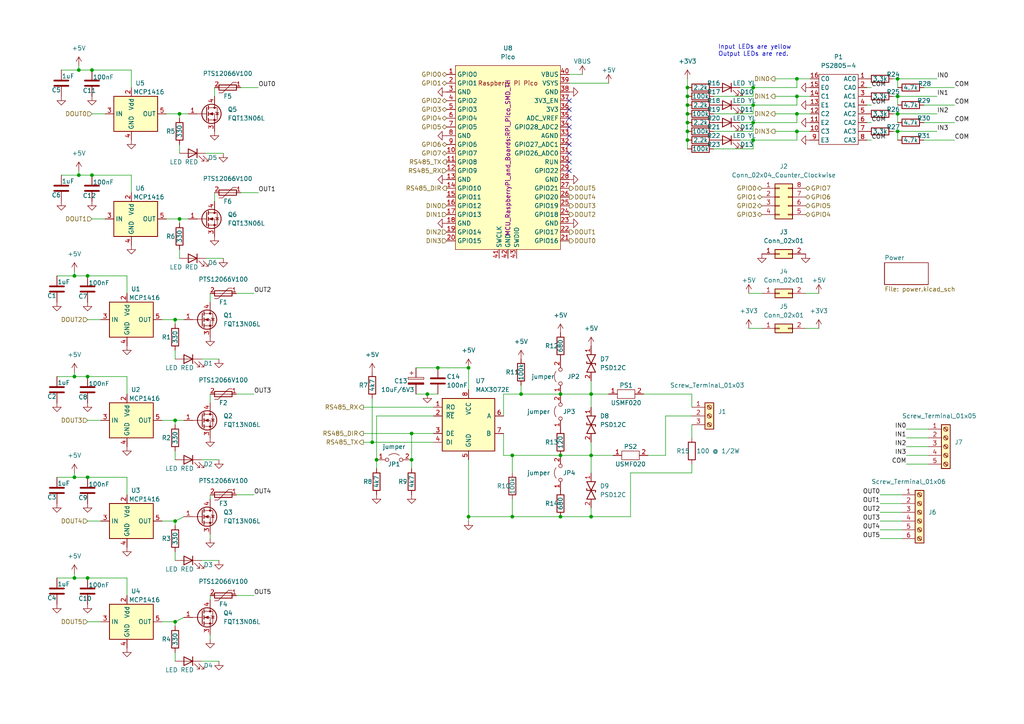
<source format=kicad_sch>
(kicad_sch (version 20211123) (generator eeschema)
  (paper "A4")
  (junction (at 25.4 109.22))
  (junction (at 199.39 35.56))
  (junction (at 171.45 149.86))
  (junction (at 199.39 33.02))
  (junction (at 231.14 27.94))
  (junction (at 25.4 167.64))
  (junction (at 199.39 38.1))
  (junction (at 135.89 106.68))
  (junction (at 218.44 35.56))
  (junction (at 109.22 133.35))
  (junction (at 127 106.68))
  (junction (at 25.4 138.43))
  (junction (at 119.38 133.35))
  (junction (at 260.35 33.02))
  (junction (at 21.59 109.22))
  (junction (at 260.35 22.86))
  (junction (at 199.39 27.94))
  (junction (at 151.13 114.3))
  (junction (at 52.07 33.02))
  (junction (at 260.35 38.1))
  (junction (at 52.07 63.5))
  (junction (at 171.45 132.08))
  (junction (at 135.89 149.86))
  (junction (at 199.39 25.4))
  (junction (at 231.14 33.02))
  (junction (at 22.86 50.8))
  (junction (at 50.8 180.34))
  (junction (at 26.67 50.8))
  (junction (at 21.59 167.64))
  (junction (at 218.44 30.48))
  (junction (at 119.38 125.73))
  (junction (at 22.86 20.32))
  (junction (at 21.59 138.43))
  (junction (at 50.8 121.92))
  (junction (at 231.14 22.86))
  (junction (at 21.59 80.01))
  (junction (at 260.35 27.94))
  (junction (at 148.59 132.08))
  (junction (at 199.39 30.48))
  (junction (at 50.8 92.71))
  (junction (at 26.67 20.32))
  (junction (at 50.8 151.13))
  (junction (at 25.4 80.01))
  (junction (at 171.45 114.3))
  (junction (at 162.56 132.08))
  (junction (at 162.56 114.3))
  (junction (at 231.14 38.1))
  (junction (at 218.44 40.64))
  (junction (at 199.39 40.64))
  (junction (at 107.95 128.27))
  (junction (at 148.59 149.86))
  (junction (at 218.44 25.4))
  (junction (at 123.9434 114.3))
  (junction (at 162.56 149.86))
  (no_connect (at 165.1 49.53))
  (no_connect (at 165.1 41.91))
  (no_connect (at 165.1 44.45))
  (no_connect (at 165.1 46.99))
  (no_connect (at 165.1 31.75))
  (no_connect (at 165.1 29.21))
  (no_connect (at 165.1 34.29))
  (no_connect (at 165.1 36.83))
  (no_connect (at 165.1 39.37))
  (wire (pts (xy 46.99 180.34) (xy 50.8 180.34)))
  (wire (pts (xy 21.59 137.16) (xy 21.59 138.43)))
  (wire (pts (xy 224.79 33.02) (xy 231.14 33.02)))
  (wire (pts (xy 267.97 40.64) (xy 276.86 40.64)))
  (wire (pts (xy 105.41 118.11) (xy 125.73 118.11)))
  (wire (pts (xy 262.89 132.08) (xy 269.24 132.08)))
  (wire (pts (xy 171.45 132.08) (xy 177.8 132.08)))
  (wire (pts (xy 262.89 124.46) (xy 269.24 124.46)))
  (wire (pts (xy 231.14 33.02) (xy 234.95 33.02)))
  (wire (pts (xy 50.8 92.71) (xy 53.34 92.71)))
  (wire (pts (xy 36.83 85.09) (xy 36.83 80.01)))
  (wire (pts (xy 217.17 85.09) (xy 220.98 85.09)))
  (wire (pts (xy 58.42 104.14) (xy 63.5 104.14)))
  (wire (pts (xy 105.41 128.27) (xy 107.95 128.27)))
  (wire (pts (xy 193.04 120.65) (xy 200.66 120.65)))
  (wire (pts (xy 146.05 120.65) (xy 146.05 114.3)))
  (wire (pts (xy 233.68 85.09) (xy 237.49 85.09)))
  (wire (pts (xy 25.4 151.13) (xy 29.21 151.13)))
  (wire (pts (xy 260.35 22.86) (xy 260.35 25.4)))
  (wire (pts (xy 251.46 30.48) (xy 252.73 30.48)))
  (wire (pts (xy 218.44 25.4) (xy 231.14 25.4)))
  (wire (pts (xy 171.45 132.08) (xy 171.45 137.16)))
  (wire (pts (xy 21.59 78.74) (xy 21.59 80.01)))
  (wire (pts (xy 52.07 74.93) (xy 52.07 72.39)))
  (wire (pts (xy 231.14 25.4) (xy 231.14 22.86)))
  (wire (pts (xy 38.1 55.88) (xy 38.1 50.8)))
  (wire (pts (xy 182.88 137.16) (xy 182.88 149.86)))
  (wire (pts (xy 69.85 25.4) (xy 74.93 25.4)))
  (wire (pts (xy 255.27 153.67) (xy 261.62 153.67)))
  (wire (pts (xy 218.44 43.18) (xy 218.44 40.64)))
  (wire (pts (xy 22.86 49.53) (xy 22.86 50.8)))
  (wire (pts (xy 135.89 133.35) (xy 135.89 149.86)))
  (wire (pts (xy 231.14 30.48) (xy 231.14 27.94)))
  (wire (pts (xy 58.42 191.77) (xy 63.5 191.77)))
  (wire (pts (xy 50.8 191.77) (xy 50.8 189.23)))
  (wire (pts (xy 259.08 33.02) (xy 260.35 33.02)))
  (wire (pts (xy 162.56 114.3) (xy 171.45 114.3)))
  (wire (pts (xy 119.38 125.73) (xy 125.73 125.73)))
  (wire (pts (xy 52.07 63.5) (xy 54.61 63.5)))
  (wire (pts (xy 58.42 133.35) (xy 63.5 133.35)))
  (wire (pts (xy 218.44 27.94) (xy 218.44 25.4)))
  (wire (pts (xy 46.99 92.71) (xy 50.8 92.71)))
  (wire (pts (xy 187.96 132.08) (xy 193.04 132.08)))
  (wire (pts (xy 16.51 167.64) (xy 21.59 167.64)))
  (wire (pts (xy 60.96 114.3) (xy 60.96 116.84)))
  (wire (pts (xy 186.69 114.3) (xy 200.66 114.3)))
  (wire (pts (xy 260.35 33.02) (xy 260.35 35.56)))
  (wire (pts (xy 46.99 151.13) (xy 50.8 151.13)))
  (wire (pts (xy 146.05 132.08) (xy 148.59 132.08)))
  (wire (pts (xy 218.44 30.48) (xy 231.14 30.48)))
  (wire (pts (xy 224.79 38.1) (xy 231.14 38.1)))
  (wire (pts (xy 182.88 149.86) (xy 171.45 149.86)))
  (wire (pts (xy 171.45 149.86) (xy 171.45 147.32)))
  (wire (pts (xy 119.38 125.73) (xy 119.38 133.35)))
  (wire (pts (xy 50.8 151.13) (xy 53.34 149.86)))
  (wire (pts (xy 21.59 138.43) (xy 25.4 138.43)))
  (wire (pts (xy 200.66 114.3) (xy 200.66 118.11)))
  (wire (pts (xy 36.83 114.3) (xy 36.83 109.22)))
  (wire (pts (xy 109.22 120.65) (xy 125.73 120.65)))
  (wire (pts (xy 171.45 114.3) (xy 171.45 118.11)))
  (wire (pts (xy 233.68 95.25) (xy 237.49 95.25)))
  (wire (pts (xy 69.85 55.88) (xy 74.93 55.88)))
  (wire (pts (xy 162.56 149.86) (xy 171.45 149.86)))
  (wire (pts (xy 22.86 50.8) (xy 26.67 50.8)))
  (wire (pts (xy 259.08 22.86) (xy 260.35 22.86)))
  (wire (pts (xy 26.67 33.02) (xy 30.48 33.02)))
  (wire (pts (xy 255.27 156.21) (xy 261.62 156.21)))
  (wire (pts (xy 123.9434 114.3) (xy 127 114.3)))
  (wire (pts (xy 193.04 132.08) (xy 193.04 120.65)))
  (wire (pts (xy 60.96 143.51) (xy 60.96 144.78)))
  (wire (pts (xy 50.8 162.56) (xy 50.8 160.02)))
  (wire (pts (xy 260.35 27.94) (xy 260.35 30.48)))
  (wire (pts (xy 48.26 33.02) (xy 52.07 33.02)))
  (wire (pts (xy 135.89 106.68) (xy 135.89 113.03)))
  (wire (pts (xy 58.42 162.56) (xy 63.5 162.56)))
  (wire (pts (xy 50.8 104.14) (xy 50.8 101.6)))
  (wire (pts (xy 127 106.68) (xy 135.89 106.68)))
  (wire (pts (xy 36.83 138.43) (xy 25.4 138.43)))
  (wire (pts (xy 38.1 50.8) (xy 26.67 50.8)))
  (wire (pts (xy 52.07 33.02) (xy 54.61 33.02)))
  (wire (pts (xy 50.8 180.34) (xy 53.34 179.07)))
  (wire (pts (xy 199.39 22.86) (xy 199.39 25.4)))
  (wire (pts (xy 260.35 33.02) (xy 271.78 33.02)))
  (wire (pts (xy 16.51 109.22) (xy 21.59 109.22)))
  (wire (pts (xy 199.39 30.48) (xy 199.39 33.02)))
  (wire (pts (xy 200.66 137.16) (xy 200.66 134.62)))
  (wire (pts (xy 262.89 129.54) (xy 269.24 129.54)))
  (wire (pts (xy 36.83 80.01) (xy 25.4 80.01)))
  (wire (pts (xy 68.58 143.51) (xy 73.66 143.51)))
  (wire (pts (xy 231.14 22.86) (xy 234.95 22.86)))
  (wire (pts (xy 16.51 138.43) (xy 21.59 138.43)))
  (wire (pts (xy 107.95 115.57) (xy 107.95 128.27)))
  (wire (pts (xy 25.4 92.71) (xy 29.21 92.71)))
  (wire (pts (xy 52.07 44.45) (xy 52.07 41.91)))
  (wire (pts (xy 50.8 121.92) (xy 50.8 123.19)))
  (wire (pts (xy 60.96 184.15) (xy 60.96 185.42)))
  (wire (pts (xy 267.97 35.56) (xy 276.86 35.56)))
  (wire (pts (xy 199.39 33.02) (xy 199.39 35.56)))
  (wire (pts (xy 151.13 111.76) (xy 151.13 114.3)))
  (wire (pts (xy 199.39 40.64) (xy 199.39 43.18)))
  (wire (pts (xy 231.14 40.64) (xy 231.14 38.1)))
  (wire (pts (xy 68.58 114.3) (xy 73.66 114.3)))
  (wire (pts (xy 21.59 109.22) (xy 25.4 109.22)))
  (wire (pts (xy 207.01 33.02) (xy 218.44 33.02)))
  (wire (pts (xy 207.01 38.1) (xy 218.44 38.1)))
  (wire (pts (xy 255.27 151.13) (xy 261.62 151.13)))
  (wire (pts (xy 26.67 63.5) (xy 30.48 63.5)))
  (wire (pts (xy 38.1 25.4) (xy 38.1 20.32)))
  (wire (pts (xy 165.1 21.59) (xy 168.91 21.59)))
  (wire (pts (xy 262.89 127) (xy 269.24 127)))
  (wire (pts (xy 135.89 151.13) (xy 135.89 149.86)))
  (wire (pts (xy 135.89 149.86) (xy 148.59 149.86)))
  (wire (pts (xy 207.01 43.18) (xy 218.44 43.18)))
  (wire (pts (xy 50.8 121.92) (xy 53.34 121.92)))
  (wire (pts (xy 148.59 144.78) (xy 148.59 149.86)))
  (wire (pts (xy 252.73 25.4) (xy 251.46 25.4)))
  (wire (pts (xy 259.08 38.1) (xy 260.35 38.1)))
  (wire (pts (xy 199.39 25.4) (xy 199.39 27.94)))
  (wire (pts (xy 231.14 35.56) (xy 231.14 33.02)))
  (wire (pts (xy 171.45 128.27) (xy 171.45 132.08)))
  (wire (pts (xy 217.17 95.25) (xy 220.98 95.25)))
  (wire (pts (xy 260.35 38.1) (xy 260.35 40.64)))
  (wire (pts (xy 151.13 114.3) (xy 162.56 114.3)))
  (wire (pts (xy 259.08 27.94) (xy 260.35 27.94)))
  (wire (pts (xy 62.23 25.4) (xy 62.23 27.94)))
  (wire (pts (xy 200.66 123.19) (xy 200.66 127)))
  (wire (pts (xy 46.99 121.92) (xy 50.8 121.92)))
  (wire (pts (xy 260.35 27.94) (xy 271.78 27.94)))
  (wire (pts (xy 162.56 132.08) (xy 171.45 132.08)))
  (wire (pts (xy 22.86 19.05) (xy 22.86 20.32)))
  (wire (pts (xy 38.1 20.32) (xy 26.67 20.32)))
  (wire (pts (xy 60.96 172.72) (xy 60.96 173.99)))
  (wire (pts (xy 105.41 125.73) (xy 119.38 125.73)))
  (wire (pts (xy 214.63 30.48) (xy 218.44 30.48)))
  (wire (pts (xy 50.8 92.71) (xy 50.8 93.98)))
  (wire (pts (xy 50.8 180.34) (xy 50.8 181.61)))
  (wire (pts (xy 60.96 154.94) (xy 60.96 156.21)))
  (wire (pts (xy 68.58 172.72) (xy 73.66 172.72)))
  (wire (pts (xy 107.95 128.27) (xy 125.73 128.27)))
  (wire (pts (xy 218.44 35.56) (xy 231.14 35.56)))
  (wire (pts (xy 59.69 44.45) (xy 64.77 44.45)))
  (wire (pts (xy 224.79 27.94) (xy 231.14 27.94)))
  (wire (pts (xy 62.23 55.88) (xy 62.23 58.42)))
  (wire (pts (xy 267.97 30.48) (xy 276.86 30.48)))
  (wire (pts (xy 25.4 121.92) (xy 29.21 121.92)))
  (wire (pts (xy 148.59 132.08) (xy 162.56 132.08)))
  (wire (pts (xy 21.59 80.01) (xy 25.4 80.01)))
  (wire (pts (xy 171.45 114.3) (xy 176.53 114.3)))
  (wire (pts (xy 251.46 35.56) (xy 252.73 35.56)))
  (wire (pts (xy 52.07 63.5) (xy 52.07 64.77)))
  (wire (pts (xy 214.63 25.4) (xy 218.44 25.4)))
  (wire (pts (xy 218.44 40.64) (xy 231.14 40.64)))
  (wire (pts (xy 224.79 22.86) (xy 231.14 22.86)))
  (wire (pts (xy 199.39 35.56) (xy 199.39 38.1)))
  (wire (pts (xy 36.83 109.22) (xy 25.4 109.22)))
  (wire (pts (xy 148.59 149.86) (xy 162.56 149.86)))
  (wire (pts (xy 199.39 27.94) (xy 199.39 30.48)))
  (wire (pts (xy 21.59 166.37) (xy 21.59 167.64)))
  (wire (pts (xy 48.26 63.5) (xy 52.07 63.5)))
  (wire (pts (xy 200.66 137.16) (xy 182.88 137.16)))
  (wire (pts (xy 120.65 106.68) (xy 127 106.68)))
  (wire (pts (xy 109.22 120.65) (xy 109.22 133.35)))
  (wire (pts (xy 199.39 38.1) (xy 199.39 40.64)))
  (wire (pts (xy 146.05 114.3) (xy 151.13 114.3)))
  (wire (pts (xy 17.78 20.32) (xy 22.86 20.32)))
  (wire (pts (xy 36.83 167.64) (xy 25.4 167.64)))
  (wire (pts (xy 60.96 85.09) (xy 60.96 87.63)))
  (wire (pts (xy 260.35 38.1) (xy 271.78 38.1)))
  (wire (pts (xy 52.07 33.02) (xy 52.07 34.29)))
  (wire (pts (xy 214.63 40.64) (xy 218.44 40.64)))
  (wire (pts (xy 171.45 110.49) (xy 171.45 114.3)))
  (wire (pts (xy 22.86 20.32) (xy 26.67 20.32)))
  (wire (pts (xy 21.59 107.95) (xy 21.59 109.22)))
  (wire (pts (xy 214.63 35.56) (xy 218.44 35.56)))
  (wire (pts (xy 218.44 38.1) (xy 218.44 35.56)))
  (wire (pts (xy 50.8 133.35) (xy 50.8 130.81)))
  (wire (pts (xy 255.27 148.59) (xy 261.62 148.59)))
  (wire (pts (xy 36.83 172.72) (xy 36.83 167.64)))
  (wire (pts (xy 165.1 24.13) (xy 176.53 24.13)))
  (wire (pts (xy 276.86 25.4) (xy 267.97 25.4)))
  (wire (pts (xy 255.27 146.05) (xy 261.62 146.05)))
  (wire (pts (xy 36.83 143.51) (xy 36.83 138.43)))
  (wire (pts (xy 59.69 74.93) (xy 64.77 74.93)))
  (wire (pts (xy 109.22 133.35) (xy 109.22 135.89)))
  (wire (pts (xy 260.35 22.86) (xy 271.78 22.86)))
  (wire (pts (xy 21.59 167.64) (xy 25.4 167.64)))
  (wire (pts (xy 17.78 50.8) (xy 22.86 50.8)))
  (wire (pts (xy 218.44 33.02) (xy 218.44 30.48)))
  (wire (pts (xy 207.01 27.94) (xy 218.44 27.94)))
  (wire (pts (xy 120.65 114.3) (xy 123.9434 114.3)))
  (wire (pts (xy 231.14 38.1) (xy 234.95 38.1)))
  (wire (pts (xy 251.46 40.64) (xy 252.73 40.64)))
  (wire (pts (xy 146.05 125.73) (xy 146.05 132.08)))
  (wire (pts (xy 262.89 134.62) (xy 269.24 134.62)))
  (wire (pts (xy 119.38 133.35) (xy 119.38 135.89)))
  (wire (pts (xy 231.14 27.94) (xy 234.95 27.94)))
  (wire (pts (xy 148.59 132.08) (xy 148.59 137.16)))
  (wire (pts (xy 50.8 151.13) (xy 50.8 152.4)))
  (wire (pts (xy 16.51 80.01) (xy 21.59 80.01)))
  (wire (pts (xy 255.27 143.51) (xy 261.62 143.51)))
  (wire (pts (xy 25.4 180.34) (xy 29.21 180.34)))
  (wire (pts (xy 68.58 85.09) (xy 73.66 85.09)))
  (text "Input LEDs are yellow\nOutput LEDs are red." (at 208.28 16.51 0) (effects (font (size 1.27 1.27)) (justify left bottom)))
  (label "OUT5" (at 255.27 156.21 180))
  (label "COM" (at 252.73 35.56 0))
  (label "COM" (at 276.86 30.48 0))
  (label "OUT2" (at 255.27 148.59 180))
  (label "IN0" (at 271.78 22.86 0))
  (label "IN1" (at 271.78 27.94 0))
  (label "COM" (at 252.73 30.48 0))
  (label "OUT3" (at 73.66 114.3 0))
  (label "COM" (at 252.73 40.64 0))
  (label "COM" (at 276.86 35.56 0))
  (label "OUT1" (at 255.27 146.05 180))
  (label "OUT0" (at 74.93 25.4 0))
  (label "IN3" (at 262.89 132.08 180))
  (label "OUT4" (at 73.66 143.51 0))
  (label "OUT3" (at 255.27 151.13 180))
  (label "OUT4" (at 255.27 153.67 180))
  (label "COM" (at 252.73 25.4 0))
  (label "COM" (at 276.86 40.64 0))
  (label "OUT5" (at 73.66 172.72 0))
  (label "IN3" (at 271.78 38.1 0))
  (label "OUT1" (at 74.93 55.88 0))
  (label "COM" (at 262.89 134.62 180))
  (label "IN2" (at 271.78 33.02 0))
  (label "OUT2" (at 73.66 85.09 0))
  (label "OUT0" (at 255.27 143.51 180))
  (label "IN2" (at 262.89 129.54 180))
  (label "IN0" (at 262.89 124.46 180))
  (label "COM" (at 276.86 25.4 0))
  (label "IN1" (at 262.89 127 180))
  (hierarchical_label "GPIO3" (shape bidirectional) (at 220.98 62.23 180))
  (hierarchical_label "DIN3" (shape output) (at 224.79 38.1 180))
  (hierarchical_label "GPIO7" (shape bidirectional) (at 129.54 44.45 180))
  (hierarchical_label "DOUT2" (shape input) (at 25.4 92.71 180))
  (hierarchical_label "GPIO6" (shape bidirectional) (at 233.68 57.15 0))
  (hierarchical_label "DIN1" (shape output) (at 224.79 27.94 180))
  (hierarchical_label "GPIO0" (shape bidirectional) (at 220.98 54.61 180))
  (hierarchical_label "RS485_TX" (shape output) (at 129.54 46.99 180))
  (hierarchical_label "GPIO3" (shape bidirectional) (at 129.54 31.75 180))
  (hierarchical_label "GPIO4" (shape bidirectional) (at 233.68 62.23 0))
  (hierarchical_label "DIN0" (shape output) (at 224.79 22.86 180))
  (hierarchical_label "GPIO6" (shape bidirectional) (at 129.54 41.91 180))
  (hierarchical_label "RS485_TX" (shape output) (at 105.41 128.27 180))
  (hierarchical_label "DIN2" (shape input) (at 129.54 67.31 180))
  (hierarchical_label "DOUT0" (shape input) (at 26.67 33.02 180))
  (hierarchical_label "RS485_DIR" (shape output) (at 129.54 54.61 180))
  (hierarchical_label "DOUT5" (shape input) (at 25.4 180.34 180))
  (hierarchical_label "DOUT5" (shape output) (at 165.1 54.61 0))
  (hierarchical_label "RS485_DIR" (shape output) (at 105.41 125.73 180))
  (hierarchical_label "GPIO1" (shape bidirectional) (at 220.98 57.15 180))
  (hierarchical_label "DOUT4" (shape output) (at 165.1 57.15 0))
  (hierarchical_label "DIN1" (shape input) (at 129.54 62.23 180))
  (hierarchical_label "GPIO0" (shape bidirectional) (at 129.54 21.59 180))
  (hierarchical_label "GPIO2" (shape bidirectional) (at 129.54 29.21 180))
  (hierarchical_label "DIN0" (shape input) (at 129.54 59.69 180))
  (hierarchical_label "GPIO7" (shape bidirectional) (at 233.68 54.61 0))
  (hierarchical_label "DIN3" (shape input) (at 129.54 69.85 180))
  (hierarchical_label "DOUT0" (shape output) (at 165.1 69.85 0))
  (hierarchical_label "DIN2" (shape output) (at 224.79 33.02 180))
  (hierarchical_label "DOUT1" (shape input) (at 26.67 63.5 180))
  (hierarchical_label "DOUT2" (shape output) (at 165.1 62.23 0))
  (hierarchical_label "GPIO5" (shape bidirectional) (at 233.68 59.69 0))
  (hierarchical_label "RS485_RX" (shape input) (at 129.54 49.53 180))
  (hierarchical_label "DOUT3" (shape output) (at 165.1 59.69 0))
  (hierarchical_label "GPIO1" (shape bidirectional) (at 129.54 24.13 180))
  (hierarchical_label "DOUT4" (shape input) (at 25.4 151.13 180))
  (hierarchical_label "GPIO2" (shape bidirectional) (at 220.98 59.69 180))
  (hierarchical_label "GPIO4" (shape bidirectional) (at 129.54 34.29 180))
  (hierarchical_label "GPIO5" (shape bidirectional) (at 129.54 36.83 180))
  (hierarchical_label "DOUT3" (shape input) (at 25.4 121.92 180))
  (hierarchical_label "RS485_RX" (shape output) (at 105.41 118.11 180))
  (hierarchical_label "DOUT1" (shape output) (at 165.1 67.31 0))
  (symbol (lib_id "power:GND") (at 63.5 162.56 0) (unit 1)
    (property "Reference" "#PWR0116" (effects hide))
    (property "Value" "GND" (effects hide))
  )
  (symbol (lib_id "Device:R") (at 255.27 27.94 90) (unit 1)
    (property "Reference" "R25" (at 259.08 26.67 90))
    (property "Value" "3.3k" (at 255.27 27.94 90))
    (property "Footprint" "Resistor_SMD:R_0201_0603Metric" (effects hide))
  )
  (symbol (lib_id "Device:C_Polarized") (at 120.65 110.49 0) (unit 1)
    (property "Reference" "C13" (at 114.3 110.49 0) (effects (justify left)))
    (property "Value" "10uF/6V3" (at 110.49 113.03 0) (effects (justify left)))
    (property "Footprint" "Capacitor_SMD:CP_Elec_3x5.3" (effects hide))
  )
  (symbol (lib_id "power:GND") (at 25.4 116.84 0) (unit 1)
    (property "Reference" "#PWR0123" (effects hide))
    (property "Value" "GND" (effects hide))
  )
  (symbol (lib_id "power:GND") (at 25.4 146.05 0) (unit 1)
    (property "Reference" "#PWR0120" (effects hide))
    (property "Value" "GND" (effects hide))
  )
  (symbol (lib_id "Device:LED") (at 54.61 133.35 0) (mirror y) (unit 1)
    (property "Reference" "D2" (at 60.4167 134.6199 0))
    (property "Value" "LED RED" (at 52.07 135.89 0))
    (property "Footprint" "LED_SMD:LED_0603_1608Metric" (effects hide))
  )
  (symbol (lib_id "piaalib:PTS12066V100") (at 69.85 143.256 270) (unit 1)
    (property "Reference" "F3" (at 64.77 146.05 90))
    (property "Value" "PTS12066V100" (at 64.77 139.446 90))
    (property "Footprint" "piaalib:PTS12066V100" (effects hide))
    (property "Datasheet" "https://ar.mouser.com/datasheet/2/87/eaton_pts1206_6_60_volt_dc_surface_mount_resettabl-1608737.pdf" (effects hide))
  )
  (symbol (lib_id "Connector_Generic:Conn_02x04_Counter_Clockwise") (at 226.06 57.15 0) (unit 1)
    (property "Reference" "J2" (at 227.33 48.26 0))
    (property "Value" "Conn_02x04_Counter_Clockwise" (at 227.33 50.8 0))
    (property "Footprint" "Connector_PinHeader_1.27mm:PinHeader_2x04_P1.27mm_Vertical" (effects hide))
  )
  (symbol (lib_id "power:GND") (at 123.9434 114.3 0) (unit 1)
    (property "Reference" "#PWR0155" (effects hide))
    (property "Value" "GND" (effects hide))
  )
  (symbol (lib_id "power:GND") (at 60.96 185.42 0) (unit 1)
    (property "Reference" "#PWR0111" (effects hide))
    (property "Value" "GND" (effects hide))
  )
  (symbol (lib_id "power:GND") (at 119.38 143.51 0) (unit 1)
    (property "Reference" "#PWR0151" (effects hide))
    (property "Value" "GND" (effects hide))
  )
  (symbol (lib_id "power:GND") (at 129.54 26.67 270) (unit 1)
    (property "Reference" "#PWR0162" (effects hide))
    (property "Value" "GND" (effects hide))
  )
  (symbol (lib_id "Connector_Generic:Conn_02x01") (at 226.06 85.09 0) (unit 1)
    (property "Reference" "J4" (at 227.33 78.74 0))
    (property "Value" "Conn_02x01" (at 227.33 81.28 0))
    (property "Footprint" "Connector_PinHeader_1.27mm:PinHeader_1x02_P1.27mm_Vertical" (effects hide))
  )
  (symbol (lib_id "Device:R") (at 162.56 146.05 180) (unit 1)
    (property "Reference" "R14" (at 160.02 146.05 0))
    (property "Value" "680" (at 162.56 146.05 90))
    (property "Footprint" "Resistor_SMD:R_0201_0603Metric" (effects hide))
  )
  (symbol (lib_id "Device:R") (at 200.66 130.81 180) (unit 1)
    (property "Reference" "R15" (at 198.12 130.81 0))
    (property "Value" "100 @ 1/2W" (at 208.28 130.81 0))
    (property "Footprint" "Resistor_SMD:R_1206_3216Metric" (effects hide))
  )
  (symbol (lib_name "FQT13N06L_5") (lib_id "piaalib:FQT13N06L") (at 58.42 121.92 0) (unit 1)
    (property "Reference" "Q2" (at 64.77 120.6499 0) (effects (justify left)))
    (property "Value" "FQT13N06L" (at 64.77 123.1899 0) (effects (justify left)))
    (property "Footprint" "Package_TO_SOT_SMD:SOT-223" (effects hide))
    (property "Datasheet" "https://www.mouser.com/datasheet/2/149/FQT13N06L-244329.pdf" (effects hide))
  )
  (symbol (lib_id "power:GND") (at 63.5 191.77 0) (unit 1)
    (property "Reference" "#PWR0112" (effects hide))
    (property "Value" "GND" (effects hide))
  )
  (symbol (lib_id "power:GND") (at 38.1 71.12 0) (unit 1)
    (property "Reference" "#PWR0107" (effects hide))
    (property "Value" "GND" (effects hide))
  )
  (symbol (lib_id "Jumper:Jumper_2_Open") (at 162.56 137.16 90) (unit 1)
    (property "Reference" "JP4" (at 165.1 137.16 90))
    (property "Value" "jumper" (at 156.21 137.16 90))
    (property "Footprint" "Connector_PinHeader_1.27mm:PinHeader_1x02_P1.27mm_Vertical" (effects hide))
  )
  (symbol (lib_id "Device:C") (at 26.67 24.13 0) (unit 1)
    (property "Reference" "C11" (at 23.976 26.2645 0) (effects (justify left)))
    (property "Value" "100nF" (at 26.9214 22.3744 0) (effects (justify left)))
    (property "Footprint" "Capacitor_SMD:C_0805_2012Metric" (effects hide))
  )
  (symbol (lib_id "Device:LED") (at 54.61 104.14 0) (mirror y) (unit 1)
    (property "Reference" "D1" (at 60.4167 105.4099 0))
    (property "Value" "LED RED" (at 52.07 106.68 0))
    (property "Footprint" "LED_SMD:LED_0603_1608Metric" (effects hide))
  )
  (symbol (lib_id "power:+5V") (at 171.45 100.33 0) (unit 1)
    (property "Reference" "#PWR0161" (effects hide))
    (property "Value" "+5V" (at 171.45 95.25 0))
  )
  (symbol (lib_id "Connector:Screw_Terminal_01x06") (at 266.7 148.59 0) (unit 1)
    (property "Reference" "J6" (at 269.24 148.5899 0) (effects (justify left)))
    (property "Value" "Screw_Terminal_01x06" (at 252.73 139.7 0) (effects (justify left)))
    (property "Footprint" "Connector_PinHeader_2.00mm:PinHeader_1x06_P2.00mm_Horizontal" (effects hide))
  )
  (symbol (lib_id "Device:R") (at 203.2 27.94 90) (unit 1)
    (property "Reference" "R17" (at 207.01 26.67 90))
    (property "Value" "100k" (at 203.2 27.94 90))
    (property "Footprint" "Resistor_SMD:R_0201_0603Metric" (effects hide))
  )
  (symbol (lib_id "piaalib:FQT13N06L") (at 58.42 92.71 0) (unit 1)
    (property "Reference" "Q1" (at 64.77 91.4399 0) (effects (justify left)))
    (property "Value" "FQT13N06L" (at 64.77 93.9799 0) (effects (justify left)))
    (property "Footprint" "Package_TO_SOT_SMD:SOT-223" (effects hide))
    (property "Datasheet" "https://www.mouser.com/datasheet/2/149/FQT13N06L-244329.pdf" (effects hide))
  )
  (symbol (lib_id "power:+5V") (at 151.13 104.14 0) (unit 1)
    (property "Reference" "#PWR0154" (effects hide))
    (property "Value" "+5V" (at 151.13 99.06 0))
  )
  (symbol (lib_id "power:+5V") (at 217.17 85.09 0) (unit 1)
    (property "Reference" "#PWR0148" (effects hide))
    (property "Value" "+5V" (at 217.17 81.28 0))
  )
  (symbol (lib_id "power:+5V") (at 21.59 78.74 0) (unit 1)
    (property "Reference" "#PWR0105" (effects hide))
    (property "Value" "+5V" (at 21.59 73.66 0))
  )
  (symbol (lib_id "Device:C") (at 16.51 83.82 0) (unit 1)
    (property "Reference" "C1" (at 13.703 85.7878 0) (effects (justify left)))
    (property "Value" "1uF" (at 16.6484 81.7865 0) (effects (justify left)))
    (property "Footprint" "Capacitor_SMD:C_0805_2012Metric" (effects hide))
  )
  (symbol (lib_id "Driver_FET:MCP1416") (at 38.1 63.5 0) (unit 1)
    (property "Reference" "U6" (at 40.64 54.61 0))
    (property "Value" "MCP1416" (at 43.18 57.15 0))
    (property "Footprint" "Package_TO_SOT_SMD:SOT-23-5" (effects hide))
    (property "Datasheet" "http://ww1.microchip.com/downloads/en/DeviceDoc/20002092F.pdf" (effects hide))
  )
  (symbol (lib_id "MCU_RaspberryPi_and_Boards:Pico") (at 147.32 45.72 0) (unit 1)
    (property "Reference" "U8" (at 147.32 13.97 0))
    (property "Value" "Pico" (at 147.32 16.51 0))
    (property "Footprint" "MCU_RaspberryPi_and_Boards:RPi_Pico_SMD_TH" (at 147.32 45.72 90))
  )
  (symbol (lib_id "Driver_FET:MCP1416") (at 36.83 151.13 0) (unit 1)
    (property "Reference" "U3" (at 39.37 142.24 0))
    (property "Value" "MCP1416" (at 41.91 144.78 0))
    (property "Footprint" "Package_TO_SOT_SMD:SOT-23-5" (effects hide))
    (property "Datasheet" "http://ww1.microchip.com/downloads/en/DeviceDoc/20002092F.pdf" (effects hide))
  )
  (symbol (lib_id "power:GND") (at 36.83 158.75 0) (unit 1)
    (property "Reference" "#PWR0113" (effects hide))
    (property "Value" "GND" (effects hide))
  )
  (symbol (lib_id "power:GND") (at 234.95 25.4 270) (unit 1)
    (property "Reference" "#PWR0140" (effects hide))
    (property "Value" "GND" (effects hide))
  )
  (symbol (lib_id "Driver_FET:MCP1416") (at 36.83 92.71 0) (unit 1)
    (property "Reference" "U1" (at 39.37 83.82 0))
    (property "Value" "MCP1416" (at 41.91 86.36 0))
    (property "Footprint" "Package_TO_SOT_SMD:SOT-23-5" (effects hide))
    (property "Datasheet" "http://ww1.microchip.com/downloads/en/DeviceDoc/20002092F.pdf" (effects hide))
  )
  (symbol (lib_id "piaalib:PTS12066V100") (at 71.12 55.626 270) (unit 1)
    (property "Reference" "F6" (at 66.04 58.42 90))
    (property "Value" "PTS12066V100" (at 66.04 51.816 90))
    (property "Footprint" "piaalib:PTS12066V100" (effects hide))
    (property "Datasheet" "https://ar.mouser.com/datasheet/2/87/eaton_pts1206_6_60_volt_dc_surface_mount_resettabl-1608737.pdf" (effects hide))
  )
  (symbol (lib_id "Device:LED") (at 210.82 35.56 0) (mirror y) (unit 1)
    (property "Reference" "D12" (at 216.6267 36.8299 0))
    (property "Value" "LED YL" (at 215.9 34.29 0))
    (property "Footprint" "LED_SMD:LED_0603_1608Metric" (effects hide))
  )
  (symbol (lib_id "Driver_FET:MCP1416") (at 38.1 33.02 0) (unit 1)
    (property "Reference" "U5" (at 40.64 24.13 0))
    (property "Value" "MCP1416" (at 43.18 26.67 0))
    (property "Footprint" "Package_TO_SOT_SMD:SOT-23-5" (effects hide))
    (property "Datasheet" "http://ww1.microchip.com/downloads/en/DeviceDoc/20002092F.pdf" (effects hide))
  )
  (symbol (lib_id "Device:R") (at 264.16 30.48 90) (unit 1)
    (property "Reference" "R29" (at 267.97 29.21 90))
    (property "Value" "4.7k" (at 264.16 30.48 90))
    (property "Footprint" "Resistor_SMD:R_0201_0603Metric" (effects hide))
  )
  (symbol (lib_id "power:GND") (at 60.96 127 0) (unit 1)
    (property "Reference" "#PWR0134" (effects hide))
    (property "Value" "GND" (effects hide))
  )
  (symbol (lib_id "Device:R") (at 162.56 128.27 180) (unit 1)
    (property "Reference" "R13" (at 160.02 128.27 0))
    (property "Value" "120" (at 162.56 128.27 90))
    (property "Footprint" "Resistor_SMD:R_0201_0603Metric" (effects hide))
  )
  (symbol (lib_id "Device:LED") (at 55.88 74.93 0) (mirror y) (unit 1)
    (property "Reference" "D6" (at 61.6867 76.1999 0))
    (property "Value" "LED RED" (at 53.34 77.47 0))
    (property "Footprint" "LED_SMD:LED_0603_1608Metric" (effects hide))
  )
  (symbol (lib_id "power:GND") (at 60.96 97.79 0) (unit 1)
    (property "Reference" "#PWR0104" (effects hide))
    (property "Value" "GND" (effects hide))
  )
  (symbol (lib_id "power:GND") (at 233.68 73.66 0) (mirror y) (unit 1)
    (property "Reference" "#PWR0145" (effects hide))
    (property "Value" "GND" (effects hide))
  )
  (symbol (lib_name "FQT13N06L_3") (lib_id "piaalib:FQT13N06L") (at 59.69 63.5 0) (unit 1)
    (property "Reference" "Q6" (at 66.04 62.2299 0) (effects (justify left)))
    (property "Value" "FQT13N06L" (at 66.04 64.7699 0) (effects (justify left)))
    (property "Footprint" "Package_TO_SOT_SMD:SOT-223" (effects hide))
    (property "Datasheet" "https://www.mouser.com/datasheet/2/149/FQT13N06L-244329.pdf" (effects hide))
  )
  (symbol (lib_id "power:+5V") (at 21.59 166.37 0) (unit 1)
    (property "Reference" "#PWR0110" (effects hide))
    (property "Value" "+5V" (at 21.59 161.29 0))
  )
  (symbol (lib_id "Device:C") (at 25.4 142.24 0) (unit 1)
    (property "Reference" "C9" (at 22.706 144.3745 0) (effects (justify left)))
    (property "Value" "100nF" (at 25.6514 140.4844 0) (effects (justify left)))
    (property "Footprint" "Capacitor_SMD:C_0805_2012Metric" (effects hide))
  )
  (symbol (lib_id "power:+3.3V") (at 199.39 22.86 0) (unit 1)
    (property "Reference" "#PWR0139" (effects hide))
    (property "Value" "+3.3V" (at 199.39 17.78 0))
  )
  (symbol (lib_id "piaalib:USMF020") (at 181.61 128.27 0) (unit 1)
    (property "Reference" "PS2" (at 182.88 129.54 0))
    (property "Value" "USMF020" (at 182.88 134.62 0))
    (property "Footprint" "piaalib:USMF020" (effects hide))
  )
  (symbol (lib_id "Device:LED") (at 210.82 40.64 0) (mirror y) (unit 1)
    (property "Reference" "D13" (at 216.6267 41.9099 0))
    (property "Value" "LED YL" (at 215.9 39.37 0))
    (property "Footprint" "LED_SMD:LED_0603_1608Metric" (effects hide))
  )
  (symbol (lib_id "Jumper:Jumper_2_Open") (at 162.56 109.22 90) (unit 1)
    (property "Reference" "JP2" (at 166.37 109.22 90))
    (property "Value" "jumper" (at 157.48 109.22 90))
    (property "Footprint" "Connector_PinHeader_1.27mm:PinHeader_1x02_P1.27mm_Vertical" (effects hide))
  )
  (symbol (lib_id "power:GND") (at 135.89 151.13 0) (unit 1)
    (property "Reference" "#PWR0152" (effects hide))
    (property "Value" "GND" (effects hide))
  )
  (symbol (lib_id "Device:LED") (at 54.61 162.56 0) (mirror y) (unit 1)
    (property "Reference" "D3" (at 60.4167 163.8299 0))
    (property "Value" "LED RED" (at 52.07 165.1 0))
    (property "Footprint" "LED_SMD:LED_0603_1608Metric" (effects hide))
  )
  (symbol (lib_id "Device:R") (at 151.13 107.95 180) (unit 1)
    (property "Reference" "R11" (at 148.59 107.95 0))
    (property "Value" "100k" (at 151.13 107.95 90))
    (property "Footprint" "Resistor_SMD:R_0201_0603Metric" (effects hide))
  )
  (symbol (lib_id "Connector:Screw_Terminal_01x03") (at 205.74 120.65 0) (unit 1)
    (property "Reference" "J1" (at 208.28 119.3799 0) (effects (justify left)))
    (property "Value" "Screw_Terminal_01x03" (at 194.31 111.76 0) (effects (justify left)))
    (property "Footprint" "Connector_PinHeader_2.00mm:PinHeader_1x03_P2.00mm_Vertical" (effects hide))
  )
  (symbol (lib_name "FQT13N06L_4") (lib_id "piaalib:FQT13N06L") (at 58.42 179.07 0) (unit 1)
    (property "Reference" "Q4" (at 64.77 177.7999 0) (effects (justify left)))
    (property "Value" "FQT13N06L" (at 64.77 180.3399 0) (effects (justify left)))
    (property "Footprint" "Package_TO_SOT_SMD:SOT-223" (effects hide))
    (property "Datasheet" "https://www.mouser.com/datasheet/2/149/FQT13N06L-244329.pdf" (effects hide))
  )
  (symbol (lib_id "power:GND") (at 16.51 87.63 0) (unit 1)
    (property "Reference" "#PWR0101" (effects hide))
    (property "Value" "GND" (effects hide))
  )
  (symbol (lib_id "power:GND") (at 234.95 30.48 270) (unit 1)
    (property "Reference" "#PWR0141" (effects hide))
    (property "Value" "GND" (effects hide))
  )
  (symbol (lib_id "Connector_Generic:Conn_02x01") (at 226.06 95.25 0) (unit 1)
    (property "Reference" "J5" (at 227.33 88.9 0))
    (property "Value" "Conn_02x01" (at 227.33 91.44 0))
    (property "Footprint" "Connector_PinHeader_1.27mm:PinHeader_1x02_P1.27mm_Vertical" (effects hide))
  )
  (symbol (lib_id "piaalib:PTS12066V100") (at 71.12 25.146 270) (unit 1)
    (property "Reference" "F5" (at 66.04 27.94 90))
    (property "Value" "PTS12066V100" (at 66.04 21.336 90))
    (property "Footprint" "piaalib:PTS12066V100" (effects hide))
    (property "Datasheet" "https://ar.mouser.com/datasheet/2/87/eaton_pts1206_6_60_volt_dc_surface_mount_resettabl-1608737.pdf" (effects hide))
  )
  (symbol (lib_id "power:VBUS") (at 168.91 21.59 0) (unit 1)
    (property "Reference" "#PWR0159" (effects hide))
    (property "Value" "VBUS" (at 168.91 17.78 0))
  )
  (symbol (lib_id "power:GND") (at 63.5 104.14 0) (unit 1)
    (property "Reference" "#PWR0136" (effects hide))
    (property "Value" "GND" (effects hide))
  )
  (symbol (lib_id "power:GND") (at 16.51 146.05 0) (unit 1)
    (property "Reference" "#PWR0119" (effects hide))
    (property "Value" "GND" (effects hide))
  )
  (symbol (lib_id "Device:R") (at 203.2 33.02 90) (unit 1)
    (property "Reference" "R19" (at 207.01 31.75 90))
    (property "Value" "100k" (at 203.2 33.02 90))
    (property "Footprint" "Resistor_SMD:R_0201_0603Metric" (effects hide))
  )
  (symbol (lib_id "piaalib:PSD12C") (at 175.26 142.24 270) (unit 1)
    (property "Reference" "D9" (at 173.99 140.9699 90) (effects (justify left)))
    (property "Value" "PSD12C" (at 173.99 143.5099 90) (effects (justify left)))
    (property "Footprint" "piaalib:SOD-323" (effects hide))
  )
  (symbol (lib_id "power:+5V") (at 21.59 137.16 0) (unit 1)
    (property "Reference" "#PWR0126" (effects hide))
    (property "Value" "+5V" (at 21.59 132.08 0))
  )
  (symbol (lib_id "power:+3.3V") (at 217.17 95.25 0) (unit 1)
    (property "Reference" "#PWR0149" (effects hide))
    (property "Value" "+3.3V" (at 217.17 90.17 0))
  )
  (symbol (lib_id "Connector_Generic:Conn_02x01") (at 226.06 73.66 0) (unit 1)
    (property "Reference" "J3" (at 227.33 67.31 0))
    (property "Value" "Conn_02x01" (at 227.33 69.85 0))
    (property "Footprint" "Connector_PinHeader_1.27mm:PinHeader_1x02_P1.27mm_Vertical" (effects hide))
  )
  (symbol (lib_id "Device:C") (at 16.51 171.45 0) (unit 1)
    (property "Reference" "C4" (at 13.703 173.4178 0) (effects (justify left)))
    (property "Value" "1uF" (at 16.6484 169.4165 0) (effects (justify left)))
    (property "Footprint" "Capacitor_SMD:C_0805_2012Metric" (effects hide))
  )
  (symbol (lib_id "power:GND") (at 129.54 39.37 270) (unit 1)
    (property "Reference" "#PWR0165" (effects hide))
    (property "Value" "GND" (effects hide))
  )
  (symbol (lib_id "Device:R") (at 52.07 38.1 180) (unit 1)
    (property "Reference" "R5" (at 49.53 38.1 0))
    (property "Value" "330" (at 52.07 38.1 90))
    (property "Footprint" "Resistor_SMD:R_0201_0603Metric" (effects hide))
  )
  (symbol (lib_id "Device:C") (at 17.78 24.13 0) (unit 1)
    (property "Reference" "C5" (at 14.973 26.0978 0) (effects (justify left)))
    (property "Value" "1uF" (at 17.9184 22.0965 0) (effects (justify left)))
    (property "Footprint" "Capacitor_SMD:C_0805_2012Metric" (effects hide))
  )
  (symbol (lib_id "power:GND") (at 63.5 133.35 0) (unit 1)
    (property "Reference" "#PWR0135" (effects hide))
    (property "Value" "GND" (effects hide))
  )
  (symbol (lib_id "Device:C") (at 16.51 113.03 0) (unit 1)
    (property "Reference" "C2" (at 13.703 114.9978 0) (effects (justify left)))
    (property "Value" "1uF" (at 16.6484 110.9965 0) (effects (justify left)))
    (property "Footprint" "Capacitor_SMD:C_0805_2012Metric" (effects hide))
  )
  (symbol (lib_id "power:GND") (at 234.95 40.64 270) (unit 1)
    (property "Reference" "#PWR0142" (effects hide))
    (property "Value" "GND" (effects hide))
  )
  (symbol (lib_id "power:+5V") (at 237.49 85.09 0) (mirror y) (unit 1)
    (property "Reference" "#PWR0147" (effects hide))
    (property "Value" "+5V" (at 237.49 81.28 0))
  )
  (symbol (lib_id "power:GND") (at 26.67 27.94 0) (unit 1)
    (property "Reference" "#PWR0128" (effects hide))
    (property "Value" "GND" (effects hide))
  )
  (symbol (lib_id "Device:R") (at 109.22 139.7 180) (unit 1)
    (property "Reference" "R8" (at 106.68 139.7 0))
    (property "Value" "4k7" (at 109.22 139.7 90))
    (property "Footprint" "Resistor_SMD:R_0201_0603Metric" (effects hide))
  )
  (symbol (lib_id "piaalib:PTS12066V100") (at 69.85 84.836 270) (unit 1)
    (property "Reference" "F1" (at 64.77 87.63 90))
    (property "Value" "PTS12066V100" (at 64.77 81.026 90))
    (property "Footprint" "piaalib:PTS12066V100" (effects hide))
    (property "Datasheet" "https://ar.mouser.com/datasheet/2/87/eaton_pts1206_6_60_volt_dc_surface_mount_resettabl-1608737.pdf" (effects hide))
  )
  (symbol (lib_id "Device:R") (at 107.95 111.76 180) (unit 1)
    (property "Reference" "R7" (at 105.41 111.76 0))
    (property "Value" "4k7" (at 107.95 111.76 90))
    (property "Footprint" "Resistor_SMD:R_0201_0603Metric" (effects hide))
  )
  (symbol (lib_id "power:GND") (at 60.96 156.21 0) (unit 1)
    (property "Reference" "#PWR0118" (effects hide))
    (property "Value" "GND" (effects hide))
  )
  (symbol (lib_id "Device:R") (at 119.38 139.7 180) (unit 1)
    (property "Reference" "R9" (at 116.84 139.7 0))
    (property "Value" "4k7" (at 119.38 139.7 90))
    (property "Footprint" "Resistor_SMD:R_0201_0603Metric" (effects hide))
  )
  (symbol (lib_id "Device:LED") (at 54.61 191.77 0) (mirror y) (unit 1)
    (property "Reference" "D4" (at 60.4167 193.0399 0))
    (property "Value" "LED RED" (at 52.07 194.31 0))
    (property "Footprint" "LED_SMD:LED_0603_1608Metric" (effects hide))
  )
  (symbol (lib_id "Device:C") (at 25.4 171.45 0) (unit 1)
    (property "Reference" "C10" (at 22.706 173.5845 0) (effects (justify left)))
    (property "Value" "100nF" (at 25.6514 169.6944 0) (effects (justify left)))
    (property "Footprint" "Capacitor_SMD:C_0805_2012Metric" (effects hide))
  )
  (symbol (lib_id "Device:R") (at 50.8 185.42 180) (unit 1)
    (property "Reference" "R4" (at 48.26 185.42 0))
    (property "Value" "330" (at 50.8 185.42 90))
    (property "Footprint" "Resistor_SMD:R_0201_0603Metric" (effects hide))
  )
  (symbol (lib_id "Device:C") (at 17.78 54.61 0) (unit 1)
    (property "Reference" "C6" (at 14.973 56.5778 0) (effects (justify left)))
    (property "Value" "1uF" (at 17.9184 52.5765 0) (effects (justify left)))
    (property "Footprint" "Capacitor_SMD:C_0805_2012Metric" (effects hide))
  )
  (symbol (lib_id "power:GND") (at 62.23 38.1 0) (unit 1)
    (property "Reference" "#PWR0132" (effects hide))
    (property "Value" "GND" (effects hide))
  )
  (symbol (lib_id "Device:C") (at 26.67 54.61 0) (unit 1)
    (property "Reference" "C12" (at 23.976 56.7445 0) (effects (justify left)))
    (property "Value" "100nF" (at 26.9214 52.8544 0) (effects (justify left)))
    (property "Footprint" "Capacitor_SMD:C_0805_2012Metric" (effects hide))
  )
  (symbol (lib_id "power:+5V") (at 22.86 19.05 0) (unit 1)
    (property "Reference" "#PWR0130" (effects hide))
    (property "Value" "+5V" (at 22.86 13.97 0))
  )
  (symbol (lib_name "FQT13N06L_2") (lib_id "piaalib:FQT13N06L") (at 59.69 33.02 0) (unit 1)
    (property "Reference" "Q5" (at 66.04 31.7499 0) (effects (justify left)))
    (property "Value" "FQT13N06L" (at 66.04 34.2899 0) (effects (justify left)))
    (property "Footprint" "Package_TO_SOT_SMD:SOT-223" (effects hide))
    (property "Datasheet" "https://www.mouser.com/datasheet/2/149/FQT13N06L-244329.pdf" (effects hide))
  )
  (symbol (lib_id "power:GND") (at 36.83 100.33 0) (unit 1)
    (property "Reference" "#PWR0124" (effects hide))
    (property "Value" "GND" (effects hide))
  )
  (symbol (lib_id "Device:R") (at 50.8 97.79 180) (unit 1)
    (property "Reference" "R1" (at 48.26 97.79 0))
    (property "Value" "330" (at 50.8 97.79 90))
    (property "Footprint" "Resistor_SMD:R_0201_0603Metric" (effects hide))
  )
  (symbol (lib_id "Device:R") (at 264.16 35.56 90) (unit 1)
    (property "Reference" "R30" (at 267.97 34.29 90))
    (property "Value" "4.7k" (at 264.16 35.56 90))
    (property "Footprint" "Resistor_SMD:R_0201_0603Metric" (effects hide))
  )
  (symbol (lib_id "Device:C") (at 16.51 142.24 0) (unit 1)
    (property "Reference" "C3" (at 13.703 144.2078 0) (effects (justify left)))
    (property "Value" "1uF" (at 16.6484 140.2065 0) (effects (justify left)))
    (property "Footprint" "Capacitor_SMD:C_0805_2012Metric" (effects hide))
  )
  (symbol (lib_id "power:GND") (at 62.23 68.58 0) (unit 1)
    (property "Reference" "#PWR0103" (effects hide))
    (property "Value" "GND" (effects hide))
  )
  (symbol (lib_id "Device:R") (at 203.2 40.64 90) (unit 1)
    (property "Reference" "R22" (at 207.01 39.37 90))
    (property "Value" "2.2k" (at 203.2 40.64 90))
    (property "Footprint" "Resistor_SMD:R_0201_0603Metric" (effects hide))
  )
  (symbol (lib_id "power:GND") (at 26.67 58.42 0) (unit 1)
    (property "Reference" "#PWR0108" (effects hide))
    (property "Value" "GND" (effects hide))
  )
  (symbol (lib_id "power:GND") (at 25.4 87.63 0) (unit 1)
    (property "Reference" "#PWR0102" (effects hide))
    (property "Value" "GND" (effects hide))
  )
  (symbol (lib_id "power:GND") (at 64.77 74.93 0) (unit 1)
    (property "Reference" "#PWR0109" (effects hide))
    (property "Value" "GND" (effects hide))
  )
  (symbol (lib_id "piaalib:PSD12C") (at 175.26 105.41 270) (unit 1)
    (property "Reference" "D7" (at 173.99 104.1399 90) (effects (justify left)))
    (property "Value" "PSD12C" (at 173.99 106.6799 90) (effects (justify left)))
    (property "Footprint" "piaalib:SOD-323" (effects hide))
  )
  (symbol (lib_id "Device:R") (at 264.16 25.4 90) (unit 1)
    (property "Reference" "R28" (at 268.1683 24.2833 90))
    (property "Value" "4.7k" (at 264.16 25.4 90))
    (property "Footprint" "Resistor_SMD:R_0201_0603Metric" (effects hide))
  )
  (symbol (lib_id "power:GND") (at 234.95 35.56 270) (unit 1)
    (property "Reference" "#PWR0143" (effects hide))
    (property "Value" "GND" (effects hide))
  )
  (symbol (lib_id "power:GND") (at 17.78 58.42 0) (unit 1)
    (property "Reference" "#PWR0106" (effects hide))
    (property "Value" "GND" (effects hide))
  )
  (symbol (lib_id "power:+5V") (at 107.95 107.95 0) (unit 1)
    (property "Reference" "#PWR0138" (effects hide))
    (property "Value" "+5V" (at 107.95 102.87 0))
  )
  (symbol (lib_id "Driver_FET:MCP1416") (at 36.83 121.92 0) (unit 1)
    (property "Reference" "U2" (at 39.37 113.03 0))
    (property "Value" "MCP1416" (at 41.91 115.57 0))
    (property "Footprint" "Package_TO_SOT_SMD:SOT-23-5" (effects hide))
    (property "Datasheet" "http://ww1.microchip.com/downloads/en/DeviceDoc/20002092F.pdf" (effects hide))
  )
  (symbol (lib_id "power:GND") (at 64.77 44.45 0) (unit 1)
    (property "Reference" "#PWR0133" (effects hide))
    (property "Value" "GND" (effects hide))
  )
  (symbol (lib_id "power:GND") (at 220.98 73.66 0) (mirror y) (unit 1)
    (property "Reference" "#PWR0146" (effects hide))
    (property "Value" "GND" (effects hide))
  )
  (symbol (lib_id "power:+3.3V") (at 237.49 95.25 0) (unit 1)
    (property "Reference" "#PWR0150" (effects hide))
    (property "Value" "+3.3V" (at 237.49 90.17 0))
  )
  (symbol (lib_id "power:+5V") (at 22.86 49.53 0) (unit 1)
    (property "Reference" "#PWR0131" (effects hide))
    (property "Value" "+5V" (at 22.86 44.45 0))
  )
  (symbol (lib_id "power:+3.3V") (at 326.39 60.96 0) (unit 1)
    (property "Reference" "#PWR0144" (effects hide))
    (property "Value" "+3.3V" (at 326.39 55.88 0))
  )
  (symbol (lib_id "Device:R") (at 255.27 33.02 90) (unit 1)
    (property "Reference" "R26" (at 259.08 31.75 90))
    (property "Value" "3.3k" (at 255.27 33.02 90))
    (property "Footprint" "Resistor_SMD:R_0201_0603Metric" (effects hide))
  )
  (symbol (lib_id "power:+5V") (at 176.53 24.13 0) (unit 1)
    (property "Reference" "#PWR0158" (effects hide))
    (property "Value" "+5V" (at 176.53 20.32 0))
  )
  (symbol (lib_id "Driver_FET:MCP1416") (at 36.83 180.34 0) (unit 1)
    (property "Reference" "U4" (at 39.37 171.45 0))
    (property "Value" "MCP1416" (at 41.91 173.99 0))
    (property "Footprint" "Package_TO_SOT_SMD:SOT-23-5" (effects hide))
    (property "Datasheet" "http://ww1.microchip.com/downloads/en/DeviceDoc/20002092F.pdf" (effects hide))
  )
  (symbol (lib_id "power:GND") (at 16.51 116.84 0) (unit 1)
    (property "Reference" "#PWR0122" (effects hide))
    (property "Value" "GND" (effects hide))
  )
  (symbol (lib_id "piaalib:PS2805-4") (at 243.84 20.32 0) (unit 1)
    (property "Reference" "P1" (at 243.205 16.51 0))
    (property "Value" "PS2805-4" (at 243.205 19.05 0))
    (property "Footprint" "piaalib:SSOP-16_0.5x0.4mm_pitch1.27mm" (effects hide))
    (property "Datasheet" "https://ar.mouser.com/datasheet/2/698/REN_r08ds0095ej0401_ps2805_1_ps2805_4_DST_20190726-2930845.pdf" (effects hide))
  )
  (symbol (lib_id "Device:R") (at 255.27 22.86 90) (unit 1)
    (property "Reference" "R24" (at 259.08 21.59 90))
    (property "Value" "3.3k" (at 255.27 22.86 90))
    (property "Footprint" "Resistor_SMD:R_0201_0603Metric" (effects hide))
  )
  (symbol (lib_id "power:GND") (at 165.1 52.07 90) (mirror x) (unit 1)
    (property "Reference" "#PWR0156" (effects hide))
    (property "Value" "GND" (effects hide))
  )
  (symbol (lib_id "Interface_UART:MAX3072E") (at 135.89 123.19 0) (unit 1)
    (property "Reference" "U7" (at 137.9094 110.49 0) (effects (justify left)))
    (property "Value" "MAX3072E" (at 137.9094 113.03 0) (effects (justify left)))
    (property "Footprint" "Package_SO:SOIC-8_3.9x4.9mm_P1.27mm" (effects hide))
    (property "Datasheet" "https://datasheets.maximintegrated.com/en/ds/MAX3070E-MAX3079E.pdf" (effects hide))
  )
  (symbol (lib_id "Device:LED") (at 210.82 30.48 0) (mirror y) (unit 1)
    (property "Reference" "D11" (at 216.6267 31.7499 0))
    (property "Value" "LED YL" (at 215.9 29.21 0))
    (property "Footprint" "LED_SMD:LED_0603_1608Metric" (effects hide))
  )
  (symbol (lib_id "Connector:Screw_Terminal_01x05") (at 274.32 129.54 0) (unit 1)
    (property "Reference" "J7" (at 276.86 128.2699 0) (effects (justify left)))
    (property "Value" "Screw_Terminal_01x05" (at 261.62 120.65 0) (effects (justify left)))
    (property "Footprint" "Connector_PinHeader_2.00mm:PinHeader_1x05_P2.00mm_Horizontal" (effects hide))
  )
  (symbol (lib_id "Device:R") (at 203.2 38.1 90) (unit 1)
    (property "Reference" "R21" (at 207.01 36.83 90))
    (property "Value" "100k" (at 203.2 38.1 90))
    (property "Footprint" "Resistor_SMD:R_0201_0603Metric" (effects hide))
  )
  (symbol (lib_id "Device:R") (at 255.27 38.1 90) (unit 1)
    (property "Reference" "R27" (at 259.08 36.83 90))
    (property "Value" "3.3k" (at 255.27 38.1 90))
    (property "Footprint" "Resistor_SMD:R_0201_0603Metric" (effects hide))
  )
  (symbol (lib_id "Device:C") (at 25.4 83.82 0) (unit 1)
    (property "Reference" "C7" (at 22.706 85.9545 0) (effects (justify left)))
    (property "Value" "100nF" (at 25.6514 82.0644 0) (effects (justify left)))
    (property "Footprint" "Capacitor_SMD:C_0805_2012Metric" (effects hide))
  )
  (symbol (lib_name "FQT13N06L_1") (lib_id "piaalib:FQT13N06L") (at 58.42 149.86 0) (unit 1)
    (property "Reference" "Q3" (at 64.77 148.5899 0) (effects (justify left)))
    (property "Value" "FQT13N06L" (at 64.77 151.1299 0) (effects (justify left)))
    (property "Footprint" "Package_TO_SOT_SMD:SOT-223" (effects hide))
    (property "Datasheet" "https://www.mouser.com/datasheet/2/149/FQT13N06L-244329.pdf" (effects hide))
  )
  (symbol (lib_id "power:GND") (at 16.51 175.26 0) (unit 1)
    (property "Reference" "#PWR0114" (effects hide))
    (property "Value" "GND" (effects hide))
  )
  (symbol (lib_id "Device:R") (at 50.8 156.21 180) (unit 1)
    (property "Reference" "R3" (at 48.26 156.21 0))
    (property "Value" "330" (at 50.8 156.21 90))
    (property "Footprint" "Resistor_SMD:R_0201_0603Metric" (effects hide))
  )
  (symbol (lib_id "power:GND") (at 36.83 187.96 0) (unit 1)
    (property "Reference" "#PWR0117" (effects hide))
    (property "Value" "GND" (effects hide))
  )
  (symbol (lib_id "power:GND") (at 129.54 52.07 270) (unit 1)
    (property "Reference" "#PWR0166" (effects hide))
    (property "Value" "GND" (effects hide))
  )
  (symbol (lib_id "piaalib:USMF020") (at 180.34 110.49 0) (unit 1)
    (property "Reference" "PS1" (at 181.61 111.76 0))
    (property "Value" "USMF020" (at 181.61 116.84 0))
    (property "Footprint" "piaalib:USMF020" (effects hide))
  )
  (symbol (lib_id "Device:R") (at 203.2 30.48 90) (unit 1)
    (property "Reference" "R18" (at 207.01 29.21 90))
    (property "Value" "2.2k" (at 203.2 30.48 90))
    (property "Footprint" "Resistor_SMD:R_0201_0603Metric" (effects hide))
  )
  (symbol (lib_id "Jumper:Jumper_2_Open") (at 114.3 133.35 0) (unit 1)
    (property "Reference" "JP1" (at 114.3 134.62 0))
    (property "Value" "jumper" (at 114.3 129.54 0))
    (property "Footprint" "Connector_PinHeader_1.27mm:PinHeader_1x02_P1.27mm_Vertical" (effects hide))
  )
  (symbol (lib_id "piaalib:PTS12066V100") (at 69.85 172.466 270) (unit 1)
    (property "Reference" "F4" (at 64.77 175.26 90))
    (property "Value" "PTS12066V100" (at 64.77 168.656 90))
    (property "Footprint" "piaalib:PTS12066V100" (effects hide))
    (property "Datasheet" "https://ar.mouser.com/datasheet/2/87/eaton_pts1206_6_60_volt_dc_surface_mount_resettabl-1608737.pdf" (effects hide))
  )
  (symbol (lib_id "power:GND") (at 17.78 27.94 0) (unit 1)
    (property "Reference" "#PWR0129" (effects hide))
    (property "Value" "GND" (effects hide))
  )
  (symbol (lib_id "power:GND") (at 165.1 26.67 90) (mirror x) (unit 1)
    (property "Reference" "#PWR0157" (effects hide))
    (property "Value" "GND" (effects hide))
  )
  (symbol (lib_id "Device:R") (at 264.16 40.64 90) (unit 1)
    (property "Reference" "R31" (at 267.97 39.37 90))
    (property "Value" "4.7k" (at 264.16 40.64 90))
    (property "Footprint" "Resistor_SMD:R_0201_0603Metric" (effects hide))
  )
  (symbol (lib_id "power:+5V") (at 162.56 96.52 0) (unit 1)
    (property "Reference" "#PWR0160" (effects hide))
    (property "Value" "+5V" (at 162.56 91.44 0))
  )
  (symbol (lib_id "Device:R") (at 50.8 127 180) (unit 1)
    (property "Reference" "R2" (at 48.26 127 0))
    (property "Value" "330" (at 50.8 127 90))
    (property "Footprint" "Resistor_SMD:R_0201_0603Metric" (effects hide))
  )
  (symbol (lib_id "power:GND") (at 25.4 175.26 0) (unit 1)
    (property "Reference" "#PWR0115" (effects hide))
    (property "Value" "GND" (effects hide))
  )
  (symbol (lib_id "power:+5V") (at 135.89 106.68 0) (unit 1)
    (property "Reference" "#PWR0153" (effects hide))
    (property "Value" "+5V" (at 135.89 101.6 0))
  )
  (symbol (lib_id "Device:R") (at 148.59 140.97 180) (unit 1)
    (property "Reference" "R10" (at 146.05 140.97 0))
    (property "Value" "100k" (at 148.59 140.97 90))
    (property "Footprint" "Resistor_SMD:R_0201_0603Metric" (effects hide))
  )
  (symbol (lib_id "Device:C") (at 25.4 113.03 0) (unit 1)
    (property "Reference" "C8" (at 22.706 115.1645 0) (effects (justify left)))
    (property "Value" "100nF" (at 25.6514 111.2744 0) (effects (justify left)))
    (property "Footprint" "Capacitor_SMD:C_0805_2012Metric" (effects hide))
  )
  (symbol (lib_id "Device:R") (at 52.07 68.58 180) (unit 1)
    (property "Reference" "R6" (at 49.53 68.58 0))
    (property "Value" "330" (at 52.07 68.58 90))
    (property "Footprint" "Resistor_SMD:R_0201_0603Metric" (effects hide))
  )
  (symbol (lib_id "power:GND") (at 129.54 64.77 270) (unit 1)
    (property "Reference" "#PWR0164" (effects hide))
    (property "Value" "GND" (effects hide))
  )
  (symbol (lib_id "Device:LED") (at 210.82 25.4 0) (mirror y) (unit 1)
    (property "Reference" "D10" (at 216.6267 26.6699 0))
    (property "Value" "LED YL" (at 215.9 24.13 0))
    (property "Footprint" "LED_SMD:LED_0603_1608Metric" (effects hide))
  )
  (symbol (lib_id "Device:R") (at 162.56 100.33 180) (unit 1)
    (property "Reference" "R12" (at 160.02 100.33 0))
    (property "Value" "680" (at 162.56 100.33 90))
    (property "Footprint" "Resistor_SMD:R_0201_0603Metric" (effects hide))
  )
  (symbol (lib_id "power:GND") (at 38.1 40.64 0) (unit 1)
    (property "Reference" "#PWR0127" (effects hide))
    (property "Value" "GND" (effects hide))
  )
  (symbol (lib_id "power:GND") (at 165.1 64.77 90) (unit 1)
    (property "Reference" "#PWR0163" (effects hide))
    (property "Value" "GND" (effects hide))
  )
  (symbol (lib_id "piaalib:PTS12066V100") (at 69.85 114.046 270) (unit 1)
    (property "Reference" "F2" (at 64.77 116.84 90))
    (property "Value" "PTS12066V100" (at 64.77 110.236 90))
    (property "Footprint" "piaalib:PTS12066V100" (effects hide))
    (property "Datasheet" "https://ar.mouser.com/datasheet/2/87/eaton_pts1206_6_60_volt_dc_surface_mount_resettabl-1608737.pdf" (effects hide))
  )
  (symbol (lib_id "piaalib:PSD12C") (at 175.26 123.19 270) (unit 1)
    (property "Reference" "D8" (at 173.99 120.65 90) (effects (justify left)))
    (property "Value" "PSD12C" (at 173.99 123.19 90) (effects (justify left)))
    (property "Footprint" "piaalib:SOD-323" (effects hide))
  )
  (symbol (lib_id "Jumper:Jumper_2_Open") (at 162.56 119.38 90) (unit 1)
    (property "Reference" "JP3" (at 165.1 119.38 90))
    (property "Value" "jumper" (at 156.21 119.38 90))
    (property "Footprint" "Connector_PinHeader_1.27mm:PinHeader_1x02_P1.27mm_Vertical" (effects hide))
  )
  (symbol (lib_id "power:GND") (at 109.22 143.51 0) (unit 1)
    (property "Reference" "#PWR0137" (effects hide))
    (property "Value" "GND" (effects hide))
  )
  (symbol (lib_id "Device:LED") (at 55.88 44.45 0) (mirror y) (unit 1)
    (property "Reference" "D5" (at 61.6867 45.7199 0))
    (property "Value" "LED RED" (at 53.34 46.99 0))
    (property "Footprint" "LED_SMD:LED_0603_1608Metric" (effects hide))
  )
  (symbol (lib_id "Device:R") (at 203.2 35.56 90) (unit 1)
    (property "Reference" "R20" (at 207.01 34.29 90))
    (property "Value" "2.2k" (at 203.2 35.56 90))
    (property "Footprint" "Resistor_SMD:R_0201_0603Metric" (effects hide))
  )
  (symbol (lib_id "Device:C") (at 127 110.49 0) (unit 1)
    (property "Reference" "C14" (at 129.54 109.22 0) (effects (justify left)))
    (property "Value" "100nF" (at 129.54 111.76 0) (effects (justify left)))
    (property "Footprint" "Capacitor_SMD:C_0201_0603Metric" (effects hide))
  )
  (symbol (lib_id "Device:R") (at 203.2 25.4 90) (unit 1)
    (property "Reference" "R16" (at 207.01 24.13 90))
    (property "Value" "2.2k" (at 203.2 25.4 90))
    (property "Footprint" "Resistor_SMD:R_0201_0603Metric" (effects hide))
  )
  (symbol (lib_id "power:+5V") (at 21.59 107.95 0) (unit 1)
    (property "Reference" "#PWR0125" (effects hide))
    (property "Value" "+5V" (at 21.59 102.87 0))
  )
  (symbol (lib_id "power:GND") (at 36.83 129.54 0) (unit 1)
    (property "Reference" "#PWR0121" (effects hide))
    (property "Value" "GND" (effects hide))
  )
  (symbol (lib_id "Device:R") (at 203.2 43.18 90) (unit 1)
    (property "Reference" "R23" (at 207.01 41.91 90))
    (property "Value" "100k" (at 203.2 43.18 90))
    (property "Footprint" "Resistor_SMD:R_0201_0603Metric" (effects hide))
  )
  (sheet (at 256.54 76.2) (size 12.7 6.35) (stroke (width 0.1524))
    (property "Sheet name" "Power" (at 256.54 75.4884 0) (effects (justify left bottom)))
    (property "Sheet file" "power.kicad_sch" (at 256.54 83.1346 0) (effects (justify left top)))
  )
)
</source>
